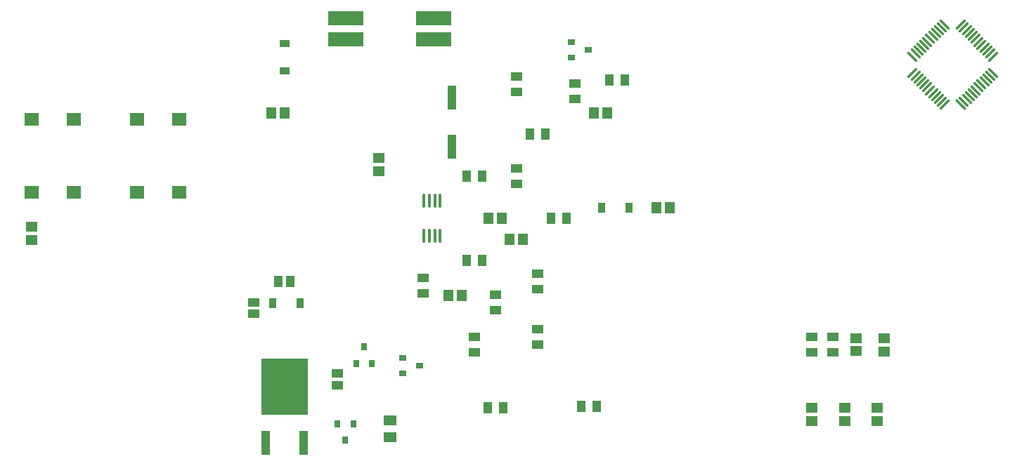
<source format=gtp>
G04*
G04 #@! TF.GenerationSoftware,Altium Limited,Altium Designer,23.3.1 (30)*
G04*
G04 Layer_Color=8421504*
%FSLAX44Y44*%
%MOMM*%
G71*
G04*
G04 #@! TF.SameCoordinates,6291D12B-1A57-4E1F-9114-C69F7EA01FE8*
G04*
G04*
G04 #@! TF.FilePolarity,Positive*
G04*
G01*
G75*
%ADD18O,0.3500X1.7000*%
%ADD19R,1.4500X1.0500*%
%ADD20R,1.3046X1.4562*%
%ADD21R,1.4562X1.3046*%
%ADD22R,1.0500X1.4500*%
%ADD23R,1.7000X1.5000*%
%ADD24R,0.8000X0.9000*%
%ADD25R,1.5500X1.2500*%
G04:AMPARAMS|DCode=26|XSize=1.6552mm|YSize=0.2525mm|CornerRadius=0mm|HoleSize=0mm|Usage=FLASHONLY|Rotation=135.000|XOffset=0mm|YOffset=0mm|HoleType=Round|Shape=Rectangle|*
%AMROTATEDRECTD26*
4,1,4,0.6745,-0.4960,0.4960,-0.6745,-0.6745,0.4960,-0.4960,0.6745,0.6745,-0.4960,0.0*
%
%ADD26ROTATEDRECTD26*%

G04:AMPARAMS|DCode=27|XSize=1.6552mm|YSize=0.2525mm|CornerRadius=0.1262mm|HoleSize=0mm|Usage=FLASHONLY|Rotation=135.000|XOffset=0mm|YOffset=0mm|HoleType=Round|Shape=RoundedRectangle|*
%AMROUNDEDRECTD27*
21,1,1.6552,0.0000,0,0,135.0*
21,1,1.4028,0.2525,0,0,135.0*
1,1,0.2525,-0.4960,0.4960*
1,1,0.2525,0.4960,-0.4960*
1,1,0.2525,0.4960,-0.4960*
1,1,0.2525,-0.4960,0.4960*
%
%ADD27ROUNDEDRECTD27*%
G04:AMPARAMS|DCode=28|XSize=0.2525mm|YSize=1.6552mm|CornerRadius=0.1262mm|HoleSize=0mm|Usage=FLASHONLY|Rotation=135.000|XOffset=0mm|YOffset=0mm|HoleType=Round|Shape=RoundedRectangle|*
%AMROUNDEDRECTD28*
21,1,0.2525,1.4028,0,0,135.0*
21,1,0.0000,1.6552,0,0,135.0*
1,1,0.2525,0.4960,0.4960*
1,1,0.2525,0.4960,0.4960*
1,1,0.2525,-0.4960,-0.4960*
1,1,0.2525,-0.4960,-0.4960*
%
%ADD28ROUNDEDRECTD28*%
%ADD29R,1.1000X2.9000*%
%ADD30R,0.9000X0.8000*%
%ADD31R,0.9100X1.2200*%
%ADD32R,1.3562X1.1046*%
%ADD33R,4.2700X1.7800*%
%ADD34R,1.1046X1.3562*%
%ADD35R,5.6500X6.9000*%
%ADD36R,1.0000X2.8500*%
%ADD37R,1.2200X0.9100*%
D18*
X574389Y407576D02*
D03*
X567889D02*
D03*
X561389D02*
D03*
X554889D02*
D03*
X574389Y365576D02*
D03*
X567889D02*
D03*
X561389D02*
D03*
X554889D02*
D03*
D19*
X666239Y538976D02*
D03*
Y557476D02*
D03*
X1047239Y243426D02*
D03*
Y224926D02*
D03*
X1021839Y243426D02*
D03*
Y224926D02*
D03*
X691639Y252676D02*
D03*
Y234176D02*
D03*
X640839Y294226D02*
D03*
Y275726D02*
D03*
X691639Y319626D02*
D03*
Y301126D02*
D03*
X666239Y428126D02*
D03*
Y446626D02*
D03*
X736939Y549343D02*
D03*
Y530843D02*
D03*
X615439Y224926D02*
D03*
Y243426D02*
D03*
X553656Y314626D02*
D03*
Y296126D02*
D03*
D20*
X835324Y399327D02*
D03*
X851339D02*
D03*
X600473Y293821D02*
D03*
X584458D02*
D03*
X658231Y361176D02*
D03*
X674247D02*
D03*
X775847Y513576D02*
D03*
X759831D02*
D03*
X648847Y386576D02*
D03*
X632831D02*
D03*
X386839Y513576D02*
D03*
X370823D02*
D03*
D21*
X1101080Y157976D02*
D03*
Y141960D02*
D03*
X1021839Y157976D02*
D03*
Y141960D02*
D03*
X1109188Y241618D02*
D03*
Y225602D02*
D03*
X1075607Y242184D02*
D03*
Y226168D02*
D03*
X1061808Y141960D02*
D03*
Y157976D02*
D03*
X82457Y376625D02*
D03*
Y360609D02*
D03*
X500458Y443287D02*
D03*
Y459303D02*
D03*
D22*
X762599Y159493D02*
D03*
X744099D02*
D03*
X631589Y157976D02*
D03*
X650089D02*
D03*
X796642Y553254D02*
D03*
X778142D02*
D03*
X624689Y437376D02*
D03*
X606189D02*
D03*
X726289Y386576D02*
D03*
X707789D02*
D03*
X700889Y488176D02*
D03*
X682389D02*
D03*
X606189Y335776D02*
D03*
X624689D02*
D03*
D23*
X209039Y505956D02*
D03*
X259839D02*
D03*
Y418326D02*
D03*
X209039D02*
D03*
X82039Y505956D02*
D03*
X132839D02*
D03*
Y418326D02*
D03*
X82039D02*
D03*
D24*
X473182Y211582D02*
D03*
X492182D02*
D03*
X482682Y231582D02*
D03*
X469775Y138788D02*
D03*
X450775D02*
D03*
X460275Y118788D02*
D03*
D25*
X513839Y142826D02*
D03*
Y122326D02*
D03*
D26*
X1201745Y523379D02*
D03*
D27*
X1205280Y526914D02*
D03*
X1208816Y530450D02*
D03*
X1212352Y533985D02*
D03*
X1215887Y537521D02*
D03*
X1219423Y541057D02*
D03*
X1222958Y544592D02*
D03*
X1226494Y548128D02*
D03*
X1230029Y551663D02*
D03*
X1233565Y555199D02*
D03*
X1237100Y558734D02*
D03*
X1240636Y562270D02*
D03*
X1182293Y620613D02*
D03*
X1178757Y617077D02*
D03*
X1175222Y613542D02*
D03*
X1171686Y610006D02*
D03*
X1168150Y606471D02*
D03*
X1164615Y602935D02*
D03*
X1161079Y599400D02*
D03*
X1157544Y595864D02*
D03*
X1154008Y592329D02*
D03*
X1150473Y588793D02*
D03*
X1146937Y585258D02*
D03*
X1143402Y581722D02*
D03*
D28*
X1240636D02*
D03*
X1237100Y585258D02*
D03*
X1233565Y588793D02*
D03*
X1230029Y592329D02*
D03*
X1226494Y595864D02*
D03*
X1222958Y599400D02*
D03*
X1219423Y602935D02*
D03*
X1215887Y606471D02*
D03*
X1212352Y610006D02*
D03*
X1208816Y613542D02*
D03*
X1205280Y617077D02*
D03*
X1201745Y620613D02*
D03*
X1143402Y562270D02*
D03*
X1146937Y558734D02*
D03*
X1150473Y555199D02*
D03*
X1154008Y551663D02*
D03*
X1157544Y548128D02*
D03*
X1161079Y544592D02*
D03*
X1164615Y541057D02*
D03*
X1168150Y537521D02*
D03*
X1171686Y533985D02*
D03*
X1175222Y530450D02*
D03*
X1178757Y526914D02*
D03*
X1182293Y523379D02*
D03*
D29*
X588409Y532645D02*
D03*
Y472645D02*
D03*
D30*
X732439Y599276D02*
D03*
Y580276D02*
D03*
X752439Y589776D02*
D03*
X549239Y208776D02*
D03*
X529239Y199276D02*
D03*
Y218276D02*
D03*
D31*
X768942Y399327D02*
D03*
X801642D02*
D03*
X405427Y283804D02*
D03*
X372727D02*
D03*
D32*
X450389Y185219D02*
D03*
Y199234D02*
D03*
X349842Y271376D02*
D03*
Y285392D02*
D03*
D33*
X460789Y602476D02*
D03*
Y627876D02*
D03*
X566889D02*
D03*
Y602476D02*
D03*
D34*
X379831Y310376D02*
D03*
X393847D02*
D03*
D35*
X386839Y183376D02*
D03*
D36*
X409639Y115376D02*
D03*
X364039D02*
D03*
D37*
X386839Y597076D02*
D03*
Y564376D02*
D03*
M02*

</source>
